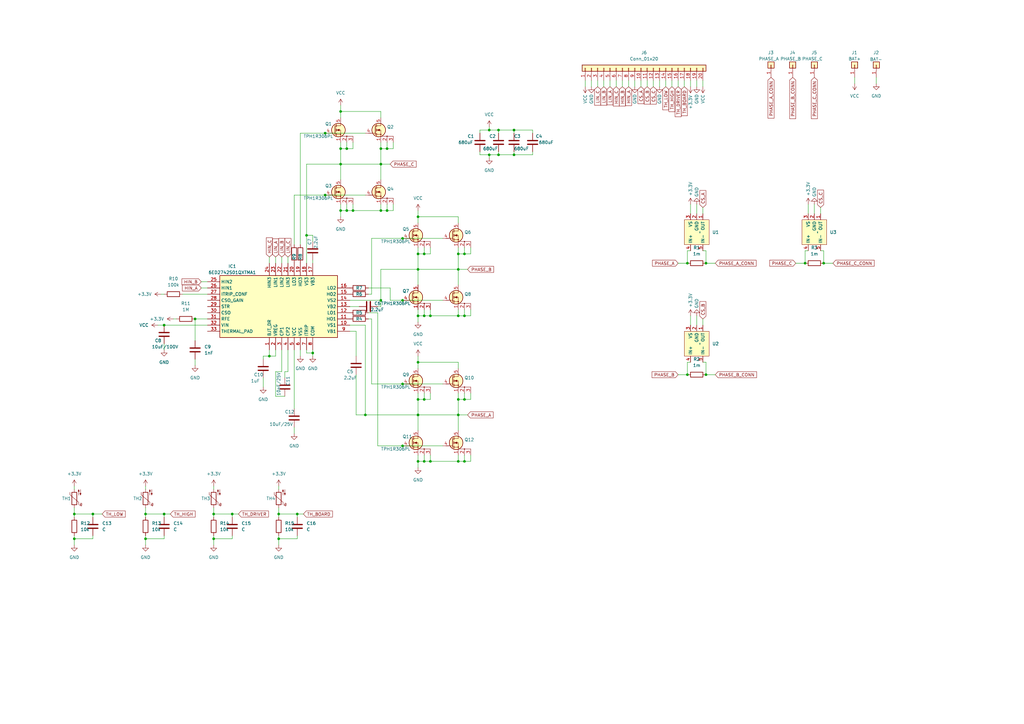
<source format=kicad_sch>
(kicad_sch (version 20230121) (generator eeschema)
  (paper "A3")
  (lib_symbols
    (symbol "6ED2742S01QXTMA1:6ED2742S01QXTMA1"
      (property "Reference" "IC" (at 31.75 25.4 0))
      (property "Value" "6ED2742S01QXTMA1" (at 31.75 22.86 0))
      (symbol "6ED2742S01QXTMA1_1_1"
        (pin passive line (at 0 0 0) (length 5.08) (name "BJT_DR") (number "1"))
        (pin passive line (at 10.16 -33.02 90) (length 5.08) (name "VS1") (number "10"))
        (pin passive line (at 12.7 -33.02 90) (length 5.08) (name "HO1") (number "11"))
        (pin passive line (at 15.24 -33.02 90) (length 5.08) (name "LO1") (number "12"))
        (pin passive line (at 17.78 -33.02 90) (length 5.08) (name "VB2") (number "13"))
        (pin passive line (at 20.32 -33.02 90) (length 5.08) (name "VS2") (number "14"))
        (pin passive line (at 22.86 -33.02 90) (length 5.08) (name "HO2") (number "15"))
        (pin passive line (at 25.4 -33.02 90) (length 5.08) (name "LO2") (number "16"))
        (pin passive line (at 35.56 -17.78 180) (length 5.08) (name "VB3") (number "17"))
        (pin passive line (at 35.56 -15.24 180) (length 5.08) (name "VS3") (number "18"))
        (pin passive line (at 35.56 -12.7 180) (length 5.08) (name "HO3") (number "19"))
        (pin passive line (at 0 -2.54 0) (length 5.08) (name "VREG") (number "2"))
        (pin passive line (at 35.56 -10.16 180) (length 5.08) (name "LO3") (number "20"))
        (pin passive line (at 35.56 -7.62 180) (length 5.08) (name "LIN3") (number "21"))
        (pin passive line (at 35.56 -5.08 180) (length 5.08) (name "LIN2") (number "22"))
        (pin passive line (at 35.56 -2.54 180) (length 5.08) (name "LIN1") (number "23"))
        (pin passive line (at 35.56 0 180) (length 5.08) (name "HIN3") (number "24"))
        (pin passive line (at 27.94 25.4 270) (length 5.08) (name "HIN2") (number "25"))
        (pin passive line (at 25.4 25.4 270) (length 5.08) (name "HIN1") (number "26"))
        (pin passive line (at 22.86 25.4 270) (length 5.08) (name "ITRIP_CONF") (number "27"))
        (pin passive line (at 20.32 25.4 270) (length 5.08) (name "CSO_GAIN") (number "28"))
        (pin passive line (at 17.78 25.4 270) (length 5.08) (name "STR") (number "29"))
        (pin passive line (at 0 -5.08 0) (length 5.08) (name "CP1") (number "3"))
        (pin passive line (at 15.24 25.4 270) (length 5.08) (name "CSO") (number "30"))
        (pin passive line (at 12.7 25.4 270) (length 5.08) (name "RFE") (number "31"))
        (pin passive line (at 10.16 25.4 270) (length 5.08) (name "VIN") (number "32"))
        (pin passive line (at 7.62 25.4 270) (length 5.08) (name "THERMAL_PAD") (number "33"))
        (pin passive line (at 0 -7.62 0) (length 5.08) (name "CP2") (number "4"))
        (pin passive line (at 0 -10.16 0) (length 5.08) (name "VCC") (number "5"))
        (pin passive line (at 0 -12.7 0) (length 5.08) (name "VSS") (number "6"))
        (pin passive line (at 0 -15.24 0) (length 5.08) (name "ITRIP") (number "7"))
        (pin passive line (at 0 -17.78 0) (length 5.08) (name "COM") (number "8"))
        (pin passive line (at 7.62 -33.02 90) (length 5.08) (name "VB1") (number "9"))
      )
    )
    (symbol "Connector_Generic:Conn_01x01" (pin_names (offset 1.016) hide)
      (property "Reference" "J" (at 0 2.54 0))
      (property "Value" "Conn_01x01" (at 0 -2.54 0))
      (symbol "Conn_01x01_1_1"
        (pin passive line (at -5.08 0 0) (length 3.81) (name "Pin_1") (number "1"))
      )
    )
    (symbol "Connector_Generic:Conn_01x20" (pin_names (offset 1.016) hide)
      (property "Reference" "J" (at 0 25.4 0))
      (property "Value" "Conn_01x20" (at 0 -27.94 0))
      (symbol "Conn_01x20_1_1"
        (pin passive line (at -5.08 22.86 0) (length 3.81) (name "Pin_1") (number "1"))
        (pin passive line (at -5.08 0 0) (length 3.81) (name "Pin_10") (number "10"))
        (pin passive line (at -5.08 -2.54 0) (length 3.81) (name "Pin_11") (number "11"))
        (pin passive line (at -5.08 -5.08 0) (length 3.81) (name "Pin_12") (number "12"))
        (pin passive line (at -5.08 -7.62 0) (length 3.81) (name "Pin_13") (number "13"))
        (pin passive line (at -5.08 -10.16 0) (length 3.81) (name "Pin_14") (number "14"))
        (pin passive line (at -5.08 -12.7 0) (length 3.81) (name "Pin_15") (number "15"))
        (pin passive line (at -5.08 -15.24 0) (length 3.81) (name "Pin_16") (number "16"))
        (pin passive line (at -5.08 -17.78 0) (length 3.81) (name "Pin_17") (number "17"))
        (pin passive line (at -5.08 -20.32 0) (length 3.81) (name "Pin_18") (number "18"))
        (pin passive line (at -5.08 -22.86 0) (length 3.81) (name "Pin_19") (number "19"))
        (pin passive line (at -5.08 20.32 0) (length 3.81) (name "Pin_2") (number "2"))
        (pin passive line (at -5.08 -25.4 0) (length 3.81) (name "Pin_20") (number "20"))
        (pin passive line (at -5.08 17.78 0) (length 3.81) (name "Pin_3") (number "3"))
        (pin passive line (at -5.08 15.24 0) (length 3.81) (name "Pin_4") (number "4"))
        (pin passive line (at -5.08 12.7 0) (length 3.81) (name "Pin_5") (number "5"))
        (pin passive line (at -5.08 10.16 0) (length 3.81) (name "Pin_6") (number "6"))
        (pin passive line (at -5.08 7.62 0) (length 3.81) (name "Pin_7") (number "7"))
        (pin passive line (at -5.08 5.08 0) (length 3.81) (name "Pin_8") (number "8"))
        (pin passive line (at -5.08 2.54 0) (length 3.81) (name "Pin_9") (number "9"))
      )
    )
    (symbol "CycleIQ:INA290"
      (property "Reference" "U" (at 0 5.08 0))
      (property "Footprint" "PCM_Package_TO_SOT_SMD_AKL:SOT-353_SC-70-5" (at -1.27 8.89 0))
      (symbol "INA290_1_1"
        (pin output line (at -7.62 1.27 0) (length 2.54) (name "OUT") (number "1"))
        (pin power_in line (at -7.62 -1.27 0) (length 2.54) (name "GND") (number "2"))
        (pin power_in line (at -7.62 -3.81 0) (length 2.54) (name "VS") (number "3"))
        (pin input line (at 7.62 -3.81 180) (length 2.54) (name "IN+") (number "4"))
        (pin input line (at 7.62 1.27 180) (length 2.54) (name "IN-") (number "5"))
      )
    )
    (symbol "Device:C" (pin_numbers hide) (pin_names (offset 0.254))
      (property "Reference" "C" (at 0.635 2.54 0))
      (property "Value" "C" (at 0.635 -2.54 0))
      (symbol "C_1_1"
        (pin passive line (at 0 3.81 270) (length 2.794) (name "~") (number "1"))
        (pin passive line (at 0 -3.81 90) (length 2.794) (name "~") (number "2"))
      )
    )
    (symbol "Device:R" (pin_numbers hide) (pin_names (offset 0))
      (property "Reference" "R" (at 2.032 0 90))
      (property "Value" "R" (at 0 0 90))
      (symbol "R_1_1"
        (pin passive line (at 0 3.81 270) (length 1.27) (name "~") (number "1"))
        (pin passive line (at 0 -3.81 90) (length 1.27) (name "~") (number "2"))
      )
    )
    (symbol "Device:Thermistor_NTC" (pin_numbers hide) (pin_names (offset 0))
      (property "Reference" "TH" (at -4.445 0 90))
      (property "Value" "Thermistor_NTC" (at 3.175 0 90))
      (symbol "Thermistor_NTC_1_1"
        (pin passive line (at 0 3.81 270) (length 1.27) (name "~") (number "1"))
        (pin passive line (at 0 -3.81 90) (length 1.27) (name "~") (number "2"))
      )
    )
    (symbol "PCM_Transistor_MOSFET_AKL:TPH1R306PL" (pin_names hide)
      (property "Reference" "Q" (at 5.08 1.27 0))
      (property "Value" "TPH1R306PL" (at 5.08 -1.27 0))
      (symbol "TPH1R306PL_1_1"
        (pin passive line (at 2.54 -5.08 90) (length 2.54) (name "S") (number "1"))
        (pin passive line (at 5.08 -5.08 90) (length 2.54) (name "S") (number "2"))
        (pin passive line (at 7.62 -5.08 90) (length 2.54) (name "S") (number "3"))
        (pin input line (at -3.81 -1.27 0) (length 2.54) (name "G") (number "4"))
        (pin passive line (at 2.54 5.08 270) (length 2.54) (name "D") (number "5"))
      )
    )
    (symbol "power:+3.3V" (power) (pin_names (offset 0))
      (property "Value" "+3.3V" (at 0 3.556 0))
      (symbol "+3.3V_1_1"
        (pin power_in line (at 0 0 90) (length 0) hide (name "+3.3V") (number "1"))
      )
    )
    (symbol "power:GND" (power) (pin_names (offset 0))
      (property "Value" "GND" (at 0 -3.81 0))
      (symbol "GND_1_1"
        (pin power_in line (at 0 0 270) (length 0) hide (name "GND") (number "1"))
      )
    )
    (symbol "power:VCC" (power) (pin_names (offset 0))
      (property "Value" "VCC" (at 0 3.81 0))
      (symbol "VCC_1_1"
        (pin power_in line (at 0 0 90) (length 0) hide (name "VCC") (number "1"))
      )
    )
  )
  (junction (at 87.63 220.98))
  (junction (at 165.1 182.88))
  (junction (at 171.45 129.54))
  (junction (at 200.66 53.34))
  (junction (at 139.7 86.36))
  (junction (at 139.7 67.31))
  (junction (at 173.99 129.54))
  (junction (at 200.66 63.5))
  (junction (at 158.75 86.36))
  (junction (at 173.99 104.14))
  (junction (at 144.78 86.36))
  (junction (at 281.94 153.67))
  (junction (at 289.56 107.95))
  (junction (at 110.49 146.05))
  (junction (at 330.2 107.95))
  (junction (at 158.75 60.96))
  (junction (at 87.63 210.82))
  (junction (at 171.45 163.83))
  (junction (at 187.96 189.23))
  (junction (at 165.1 123.19))
  (junction (at 190.5 129.54))
  (junction (at 171.45 189.23))
  (junction (at 139.7 45.72))
  (junction (at 171.45 170.18))
  (junction (at 187.96 170.18))
  (junction (at 210.82 63.5))
  (junction (at 187.96 129.54))
  (junction (at 121.92 210.82))
  (junction (at 204.47 53.34))
  (junction (at 289.56 153.67))
  (junction (at 187.96 163.83))
  (junction (at 142.24 60.96))
  (junction (at 165.1 97.79))
  (junction (at 281.94 107.95))
  (junction (at 190.5 189.23))
  (junction (at 114.3 210.82))
  (junction (at 210.82 53.34))
  (junction (at 59.69 220.98))
  (junction (at 171.45 110.49))
  (junction (at 171.45 148.59))
  (junction (at 67.31 210.82))
  (junction (at 142.24 86.36))
  (junction (at 173.99 163.83))
  (junction (at 133.35 54.61))
  (junction (at 156.21 60.96))
  (junction (at 173.99 189.23))
  (junction (at 133.35 80.01))
  (junction (at 38.1 210.82))
  (junction (at 30.48 220.98))
  (junction (at 95.25 210.82))
  (junction (at 59.69 210.82))
  (junction (at 156.21 86.36))
  (junction (at 128.27 144.78))
  (junction (at 114.3 220.98))
  (junction (at 190.5 163.83))
  (junction (at 176.53 189.23))
  (junction (at 80.01 130.81))
  (junction (at 337.82 107.95))
  (junction (at 171.45 88.9))
  (junction (at 139.7 60.96))
  (junction (at 156.21 123.19))
  (junction (at 156.21 67.31))
  (junction (at 204.47 63.5))
  (junction (at 171.45 104.14))
  (junction (at 67.31 133.35))
  (junction (at 187.96 104.14))
  (junction (at 149.86 170.18))
  (junction (at 30.48 210.82))
  (junction (at 176.53 129.54))
  (junction (at 125.73 96.52))
  (junction (at 187.96 110.49))
  (junction (at 165.1 157.48))
  (junction (at 190.5 104.14))
  (wire (pts (xy 171.45 170.18) (xy 187.96 170.18)))
  (wire (pts (xy 242.57 33.02) (xy 242.57 35.56)))
  (wire (pts (xy 121.92 210.82) (xy 124.46 210.82)))
  (wire (pts (xy 142.24 58.42) (xy 142.24 60.96)))
  (wire (pts (xy 67.31 219.71) (xy 67.31 220.98)))
  (wire (pts (xy 139.7 67.31) (xy 156.21 67.31)))
  (wire (pts (xy 156.21 83.82) (xy 156.21 86.36)))
  (wire (pts (xy 139.7 88.9) (xy 139.7 86.36)))
  (wire (pts (xy 120.65 175.26) (xy 120.65 177.8)))
  (wire (pts (xy 171.45 129.54) (xy 173.99 129.54)))
  (wire (pts (xy 115.57 105.41) (xy 115.57 107.95)))
  (wire (pts (xy 113.03 152.4) (xy 113.03 162.56)))
  (wire (pts (xy 330.2 102.87) (xy 330.2 107.95)))
  (wire (pts (xy 152.4 97.79) (xy 165.1 97.79)))
  (wire (pts (xy 144.78 86.36) (xy 156.21 86.36)))
  (wire (pts (xy 143.51 135.89) (xy 146.05 135.89)))
  (wire (pts (xy 255.27 33.02) (xy 255.27 35.56)))
  (wire (pts (xy 156.21 125.73) (xy 156.21 123.19)))
  (wire (pts (xy 267.97 33.02) (xy 267.97 35.56)))
  (wire (pts (xy 30.48 208.28) (xy 30.48 210.82)))
  (wire (pts (xy 87.63 210.82) (xy 87.63 212.09)))
  (wire (pts (xy 82.55 115.57) (xy 85.09 115.57)))
  (wire (pts (xy 165.1 157.48) (xy 152.4 157.48)))
  (wire (pts (xy 59.69 208.28) (xy 59.69 210.82)))
  (wire (pts (xy 289.56 153.67) (xy 293.37 153.67)))
  (wire (pts (xy 245.11 33.02) (xy 245.11 35.56)))
  (wire (pts (xy 196.85 63.5) (xy 196.85 62.23)))
  (wire (pts (xy 139.7 86.36) (xy 142.24 86.36)))
  (wire (pts (xy 146.05 170.18) (xy 149.86 170.18)))
  (wire (pts (xy 204.47 63.5) (xy 200.66 63.5)))
  (wire (pts (xy 59.69 199.39) (xy 59.69 200.66)))
  (wire (pts (xy 187.96 110.49) (xy 187.96 116.84)))
  (wire (pts (xy 144.78 86.36) (xy 142.24 86.36)))
  (wire (pts (xy 151.13 118.11) (xy 160.02 118.11)))
  (wire (pts (xy 59.69 220.98) (xy 59.69 223.52)))
  (wire (pts (xy 128.27 106.68) (xy 128.27 107.95)))
  (wire (pts (xy 158.75 58.42) (xy 158.75 60.96)))
  (wire (pts (xy 262.89 33.02) (xy 262.89 35.56)))
  (wire (pts (xy 171.45 110.49) (xy 187.96 110.49)))
  (wire (pts (xy 190.5 101.6) (xy 190.5 104.14)))
  (wire (pts (xy 87.63 220.98) (xy 87.63 219.71)))
  (wire (pts (xy 171.45 148.59) (xy 187.96 148.59)))
  (wire (pts (xy 125.73 144.78) (xy 128.27 144.78)))
  (wire (pts (xy 265.43 33.02) (xy 265.43 35.56)))
  (wire (pts (xy 38.1 219.71) (xy 38.1 220.98)))
  (wire (pts (xy 160.02 118.11) (xy 160.02 123.19)))
  (wire (pts (xy 260.35 33.02) (xy 260.35 35.56)))
  (wire (pts (xy 139.7 60.96) (xy 139.7 67.31)))
  (wire (pts (xy 38.1 210.82) (xy 41.91 210.82)))
  (wire (pts (xy 176.53 101.6) (xy 176.53 104.14)))
  (wire (pts (xy 114.3 220.98) (xy 114.3 223.52)))
  (wire (pts (xy 173.99 163.83) (xy 171.45 163.83)))
  (wire (pts (xy 123.19 54.61) (xy 123.19 100.33)))
  (wire (pts (xy 187.96 161.29) (xy 187.96 163.83)))
  (wire (pts (xy 67.31 220.98) (xy 59.69 220.98)))
  (wire (pts (xy 74.93 120.65) (xy 85.09 120.65)))
  (wire (pts (xy 114.3 208.28) (xy 114.3 210.82)))
  (wire (pts (xy 193.04 163.83) (xy 190.5 163.83)))
  (wire (pts (xy 210.82 62.23) (xy 210.82 63.5)))
  (wire (pts (xy 165.1 182.88) (xy 181.61 182.88)))
  (wire (pts (xy 95.25 210.82) (xy 97.79 210.82)))
  (wire (pts (xy 278.13 153.67) (xy 281.94 153.67)))
  (wire (pts (xy 66.04 120.65) (xy 67.31 120.65)))
  (wire (pts (xy 204.47 54.61) (xy 204.47 53.34)))
  (wire (pts (xy 331.47 102.87) (xy 330.2 102.87)))
  (wire (pts (xy 288.29 130.81) (xy 288.29 133.35)))
  (wire (pts (xy 67.31 210.82) (xy 59.69 210.82)))
  (wire (pts (xy 210.82 63.5) (xy 204.47 63.5)))
  (wire (pts (xy 171.45 148.59) (xy 171.45 146.05)))
  (wire (pts (xy 283.21 148.59) (xy 281.94 148.59)))
  (wire (pts (xy 128.27 99.06) (xy 128.27 96.52)))
  (wire (pts (xy 190.5 104.14) (xy 187.96 104.14)))
  (wire (pts (xy 193.04 189.23) (xy 190.5 189.23)))
  (wire (pts (xy 187.96 163.83) (xy 187.96 170.18)))
  (wire (pts (xy 107.95 154.94) (xy 107.95 158.75)))
  (wire (pts (xy 152.4 157.48) (xy 152.4 130.81)))
  (wire (pts (xy 146.05 153.67) (xy 146.05 170.18)))
  (wire (pts (xy 218.44 53.34) (xy 210.82 53.34)))
  (wire (pts (xy 176.53 189.23) (xy 187.96 189.23)))
  (wire (pts (xy 171.45 88.9) (xy 171.45 91.44)))
  (wire (pts (xy 270.51 33.02) (xy 270.51 35.56)))
  (wire (pts (xy 289.56 148.59) (xy 289.56 153.67)))
  (wire (pts (xy 115.57 152.4) (xy 113.03 152.4)))
  (wire (pts (xy 176.53 127) (xy 176.53 129.54)))
  (wire (pts (xy 156.21 67.31) (xy 156.21 73.66)))
  (wire (pts (xy 190.5 189.23) (xy 187.96 189.23)))
  (wire (pts (xy 154.94 125.73) (xy 156.21 125.73)))
  (wire (pts (xy 133.35 80.01) (xy 149.86 80.01)))
  (wire (pts (xy 171.45 101.6) (xy 171.45 104.14)))
  (wire (pts (xy 59.69 210.82) (xy 59.69 212.09)))
  (wire (pts (xy 283.21 102.87) (xy 281.94 102.87)))
  (wire (pts (xy 193.04 101.6) (xy 193.04 104.14)))
  (wire (pts (xy 326.39 107.95) (xy 330.2 107.95)))
  (wire (pts (xy 165.1 157.48) (xy 181.61 157.48)))
  (wire (pts (xy 121.92 219.71) (xy 121.92 220.98)))
  (wire (pts (xy 252.73 33.02) (xy 252.73 35.56)))
  (wire (pts (xy 139.7 45.72) (xy 156.21 45.72)))
  (wire (pts (xy 95.25 210.82) (xy 87.63 210.82)))
  (wire (pts (xy 116.84 152.4) (xy 116.84 154.94)))
  (wire (pts (xy 288.29 148.59) (xy 289.56 148.59)))
  (wire (pts (xy 171.45 189.23) (xy 173.99 189.23)))
  (wire (pts (xy 151.13 130.81) (xy 152.4 130.81)))
  (wire (pts (xy 281.94 148.59) (xy 281.94 153.67)))
  (wire (pts (xy 218.44 62.23) (xy 218.44 63.5)))
  (wire (pts (xy 152.4 120.65) (xy 152.4 97.79)))
  (wire (pts (xy 200.66 53.34) (xy 200.66 52.07)))
  (wire (pts (xy 120.65 80.01) (xy 120.65 100.33)))
  (wire (pts (xy 38.1 212.09) (xy 38.1 210.82)))
  (wire (pts (xy 156.21 110.49) (xy 171.45 110.49)))
  (wire (pts (xy 107.95 146.05) (xy 107.95 147.32)))
  (wire (pts (xy 71.12 130.81) (xy 72.39 130.81)))
  (wire (pts (xy 240.03 33.02) (xy 240.03 35.56)))
  (wire (pts (xy 59.69 220.98) (xy 59.69 219.71)))
  (wire (pts (xy 283.21 129.54) (xy 283.21 133.35)))
  (wire (pts (xy 30.48 220.98) (xy 30.48 219.71)))
  (wire (pts (xy 210.82 53.34) (xy 204.47 53.34)))
  (wire (pts (xy 171.45 170.18) (xy 171.45 176.53)))
  (wire (pts (xy 200.66 63.5) (xy 196.85 63.5)))
  (wire (pts (xy 121.92 210.82) (xy 114.3 210.82)))
  (wire (pts (xy 331.47 83.82) (xy 331.47 87.63)))
  (wire (pts (xy 38.1 210.82) (xy 30.48 210.82)))
  (wire (pts (xy 156.21 58.42) (xy 156.21 60.96)))
  (wire (pts (xy 190.5 186.69) (xy 190.5 189.23)))
  (wire (pts (xy 196.85 54.61) (xy 196.85 53.34)))
  (wire (pts (xy 87.63 199.39) (xy 87.63 200.66)))
  (wire (pts (xy 204.47 53.34) (xy 200.66 53.34)))
  (wire (pts (xy 120.65 143.51) (xy 120.65 167.64)))
  (wire (pts (xy 187.96 110.49) (xy 191.77 110.49)))
  (wire (pts (xy 133.35 54.61) (xy 149.86 54.61)))
  (wire (pts (xy 171.45 104.14) (xy 171.45 110.49)))
  (wire (pts (xy 171.45 161.29) (xy 171.45 163.83)))
  (wire (pts (xy 187.96 170.18) (xy 187.96 176.53)))
  (wire (pts (xy 151.13 128.27) (xy 154.94 128.27)))
  (wire (pts (xy 123.19 54.61) (xy 133.35 54.61)))
  (wire (pts (xy 193.04 186.69) (xy 193.04 189.23)))
  (wire (pts (xy 187.96 104.14) (xy 187.96 110.49)))
  (wire (pts (xy 115.57 152.4) (xy 115.57 143.51)))
  (wire (pts (xy 80.01 130.81) (xy 85.09 130.81)))
  (wire (pts (xy 173.99 186.69) (xy 173.99 189.23)))
  (wire (pts (xy 171.45 88.9) (xy 187.96 88.9)))
  (wire (pts (xy 121.92 220.98) (xy 114.3 220.98)))
  (wire (pts (xy 281.94 102.87) (xy 281.94 107.95)))
  (wire (pts (xy 125.73 96.52) (xy 125.73 67.31)))
  (wire (pts (xy 139.7 45.72) (xy 139.7 43.18)))
  (wire (pts (xy 149.86 170.18) (xy 171.45 170.18)))
  (wire (pts (xy 110.49 143.51) (xy 110.49 146.05)))
  (wire (pts (xy 176.53 104.14) (xy 173.99 104.14)))
  (wire (pts (xy 67.31 140.97) (xy 67.31 143.51)))
  (wire (pts (xy 285.75 83.82) (xy 285.75 87.63)))
  (wire (pts (xy 128.27 96.52) (xy 125.73 96.52)))
  (wire (pts (xy 350.52 31.75) (xy 350.52 34.29)))
  (wire (pts (xy 30.48 199.39) (xy 30.48 200.66)))
  (wire (pts (xy 173.99 127) (xy 173.99 129.54)))
  (wire (pts (xy 30.48 220.98) (xy 30.48 223.52)))
  (wire (pts (xy 146.05 135.89) (xy 146.05 146.05)))
  (wire (pts (xy 336.55 102.87) (xy 337.82 102.87)))
  (wire (pts (xy 176.53 129.54) (xy 187.96 129.54)))
  (wire (pts (xy 275.59 33.02) (xy 275.59 35.56)))
  (wire (pts (xy 285.75 129.54) (xy 285.75 133.35)))
  (wire (pts (xy 151.13 120.65) (xy 152.4 120.65)))
  (wire (pts (xy 156.21 123.19) (xy 156.21 110.49)))
  (wire (pts (xy 176.53 163.83) (xy 173.99 163.83)))
  (wire (pts (xy 113.03 105.41) (xy 113.03 107.95)))
  (wire (pts (xy 204.47 62.23) (xy 204.47 63.5)))
  (wire (pts (xy 128.27 143.51) (xy 128.27 144.78)))
  (wire (pts (xy 67.31 212.09) (xy 67.31 210.82)))
  (wire (pts (xy 143.51 125.73) (xy 147.32 125.73)))
  (wire (pts (xy 139.7 67.31) (xy 139.7 73.66)))
  (wire (pts (xy 121.92 212.09) (xy 121.92 210.82)))
  (wire (pts (xy 278.13 33.02) (xy 278.13 35.56)))
  (wire (pts (xy 82.55 118.11) (xy 85.09 118.11)))
  (wire (pts (xy 161.29 83.82) (xy 161.29 86.36)))
  (wire (pts (xy 161.29 86.36) (xy 158.75 86.36)))
  (wire (pts (xy 95.25 219.71) (xy 95.25 220.98)))
  (wire (pts (xy 173.99 104.14) (xy 171.45 104.14)))
  (wire (pts (xy 196.85 53.34) (xy 200.66 53.34)))
  (wire (pts (xy 118.11 152.4) (xy 116.84 152.4)))
  (wire (pts (xy 193.04 104.14) (xy 190.5 104.14)))
  (wire (pts (xy 171.45 163.83) (xy 171.45 170.18)))
  (wire (pts (xy 280.67 33.02) (xy 280.67 35.56)))
  (wire (pts (xy 143.51 123.19) (xy 156.21 123.19)))
  (wire (pts (xy 187.96 127) (xy 187.96 129.54)))
  (wire (pts (xy 190.5 161.29) (xy 190.5 163.83)))
  (wire (pts (xy 165.1 123.19) (xy 181.61 123.19)))
  (wire (pts (xy 128.27 144.78) (xy 128.27 146.05)))
  (wire (pts (xy 123.19 143.51) (xy 123.19 146.05)))
  (wire (pts (xy 171.45 127) (xy 171.45 129.54)))
  (wire (pts (xy 114.3 220.98) (xy 114.3 219.71)))
  (wire (pts (xy 125.73 143.51) (xy 125.73 144.78)))
  (wire (pts (xy 285.75 33.02) (xy 285.75 35.56)))
  (wire (pts (xy 125.73 107.95) (xy 125.73 96.52)))
  (wire (pts (xy 187.96 170.18) (xy 191.77 170.18)))
  (wire (pts (xy 120.65 80.01) (xy 133.35 80.01)))
  (wire (pts (xy 160.02 123.19) (xy 165.1 123.19)))
  (wire (pts (xy 110.49 146.05) (xy 113.03 146.05)))
  (wire (pts (xy 80.01 139.7) (xy 80.01 130.81)))
  (wire (pts (xy 110.49 105.41) (xy 110.49 107.95)))
  (wire (pts (xy 288.29 102.87) (xy 289.56 102.87)))
  (wire (pts (xy 64.77 133.35) (xy 67.31 133.35)))
  (wire (pts (xy 187.96 186.69) (xy 187.96 189.23)))
  (wire (pts (xy 336.55 85.09) (xy 336.55 87.63)))
  (wire (pts (xy 190.5 129.54) (xy 187.96 129.54)))
  (wire (pts (xy 200.66 64.77) (xy 200.66 63.5)))
  (wire (pts (xy 210.82 53.34) (xy 210.82 54.61)))
  (wire (pts (xy 118.11 152.4) (xy 118.11 143.51)))
  (wire (pts (xy 142.24 60.96) (xy 139.7 60.96)))
  (wire (pts (xy 289.56 107.95) (xy 293.37 107.95)))
  (wire (pts (xy 154.94 182.88) (xy 154.94 128.27)))
  (wire (pts (xy 114.3 210.82) (xy 114.3 212.09)))
  (wire (pts (xy 156.21 60.96) (xy 156.21 67.31)))
  (wire (pts (xy 193.04 127) (xy 193.04 129.54)))
  (wire (pts (xy 176.53 129.54) (xy 173.99 129.54)))
  (wire (pts (xy 190.5 127) (xy 190.5 129.54)))
  (wire (pts (xy 171.45 148.59) (xy 171.45 151.13)))
  (wire (pts (xy 80.01 147.32) (xy 80.01 149.86)))
  (wire (pts (xy 161.29 58.42) (xy 161.29 60.96)))
  (wire (pts (xy 113.03 162.56) (xy 116.84 162.56)))
  (wire (pts (xy 289.56 102.87) (xy 289.56 107.95)))
  (wire (pts (xy 158.75 83.82) (xy 158.75 86.36)))
  (wire (pts (xy 171.45 110.49) (xy 171.45 116.84)))
  (wire (pts (xy 171.45 88.9) (xy 171.45 86.36)))
  (wire (pts (xy 193.04 161.29) (xy 193.04 163.83)))
  (wire (pts (xy 288.29 33.02) (xy 288.29 35.56)))
  (wire (pts (xy 156.21 67.31) (xy 160.02 67.31)))
  (wire (pts (xy 250.19 33.02) (xy 250.19 35.56)))
  (wire (pts (xy 114.3 199.39) (xy 114.3 200.66)))
  (wire (pts (xy 139.7 58.42) (xy 139.7 60.96)))
  (wire (pts (xy 158.75 60.96) (xy 156.21 60.96)))
  (wire (pts (xy 334.01 83.82) (xy 334.01 87.63)))
  (wire (pts (xy 142.24 83.82) (xy 142.24 86.36)))
  (wire (pts (xy 67.31 133.35) (xy 85.09 133.35)))
  (wire (pts (xy 176.53 186.69) (xy 176.53 189.23)))
  (wire (pts (xy 156.21 48.26) (xy 156.21 45.72)))
  (wire (pts (xy 161.29 60.96) (xy 158.75 60.96)))
  (wire (pts (xy 144.78 83.82) (xy 144.78 86.36)))
  (wire (pts (xy 278.13 107.95) (xy 281.94 107.95)))
  (wire (pts (xy 337.82 102.87) (xy 337.82 107.95)))
  (wire (pts (xy 218.44 54.61) (xy 218.44 53.34)))
  (wire (pts (xy 113.03 146.05) (xy 113.03 143.51)))
  (wire (pts (xy 187.96 91.44) (xy 187.96 88.9)))
  (wire (pts (xy 193.04 129.54) (xy 190.5 129.54)))
  (wire (pts (xy 257.81 33.02) (xy 257.81 35.56)))
  (wire (pts (xy 165.1 97.79) (xy 181.61 97.79)))
  (wire (pts (xy 283.21 33.02) (xy 283.21 35.56)))
  (wire (pts (xy 139.7 45.72) (xy 139.7 48.26)))
  (wire (pts (xy 158.75 86.36) (xy 156.21 86.36)))
  (wire (pts (xy 173.99 101.6) (xy 173.99 104.14)))
  (wire (pts (xy 125.73 67.31) (xy 139.7 67.31)))
  (wire (pts (xy 67.31 210.82) (xy 69.85 210.82)))
  (wire (pts (xy 247.65 33.02) (xy 247.65 35.56)))
  (wire (pts (xy 143.51 133.35) (xy 149.86 133.35)))
  (wire (pts (xy 288.29 85.09) (xy 288.29 87.63)))
  (wire (pts (xy 95.25 220.98) (xy 87.63 220.98)))
  (wire (pts (xy 176.53 189.23) (xy 173.99 189.23)))
  (wire (pts (xy 87.63 208.28) (xy 87.63 210.82)))
  (wire (pts (xy 187.96 151.13) (xy 187.96 148.59)))
  (wire (pts (xy 273.05 33.02) (xy 273.05 35.56)))
  (wire (pts (xy 173.99 161.29) (xy 173.99 163.83)))
  (wire (pts (xy 87.63 220.98) (xy 87.63 223.52)))
  (wire (pts (xy 176.53 161.29) (xy 176.53 163.83)))
  (wire (pts (xy 149.86 133.35) (xy 149.86 170.18)))
  (wire (pts (xy 107.95 146.05) (xy 110.49 146.05)))
  (wire (pts (xy 30.48 210.82) (xy 30.48 212.09)))
  (wire (pts (xy 218.44 63.5) (xy 210.82 63.5)))
  (wire (pts (xy 139.7 83.82) (xy 139.7 86.36)))
  (wire (pts (xy 165.1 182.88) (xy 154.94 182.88)))
  (wire (pts (xy 118.11 105.41) (xy 118.11 107.95)))
  (wire (pts (xy 144.78 58.42) (xy 144.78 60.96)))
  (wire (pts (xy 38.1 220.98) (xy 30.48 220.98)))
  (wire (pts (xy 171.45 191.77) (xy 171.45 189.23)))
  (wire (pts (xy 359.41 34.29) (xy 359.41 31.75)))
  (wire (pts (xy 283.21 83.82) (xy 283.21 87.63)))
  (wire (pts (xy 95.25 212.09) (xy 95.25 210.82)))
  (wire (pts (xy 171.45 132.08) (xy 171.45 129.54)))
  (wire (pts (xy 187.96 101.6) (xy 187.96 104.14)))
  (wire (pts (xy 171.45 186.69) (xy 171.45 189.23)))
  (wire (pts (xy 337.82 107.95) (xy 341.63 107.95)))
  (wire (pts (xy 144.78 60.96) (xy 142.24 60.96)))
  (wire (pts (xy 190.5 163.83) (xy 187.96 163.83)))
  (global_label "HIN_C" (shape input) (at 110.49 105.41 90) (property "Intersheetrefs" "${INTERSHEET_REFS}" (effects hide)))
  (global_label "PHASE_C_CONN" (shape input) (at 334.01 31.75 270) (property "Intersheetrefs" "${INTERSHEET_REFS}" (effects hide)))
  (global_label "TH_DRIVER" (shape input) (at 97.79 210.82 0) (property "Intersheetrefs" "${INTERSHEET_REFS}" (effects hide)))
  (global_label "PHASE_B_CONN" (shape input) (at 293.37 153.67 0) (property "Intersheetrefs" "${INTERSHEET_REFS}" (effects hide)))
  (global_label "CS_C" (shape input) (at 267.97 35.56 270) (property "Intersheetrefs" "${INTERSHEET_REFS}" (effects hide)))
  (global_label "PHASE_B_CONN" (shape input) (at 325.12 31.75 270) (property "Intersheetrefs" "${INTERSHEET_REFS}" (effects hide)))
  (global_label "CS_A" (shape input) (at 262.89 35.56 270) (property "Intersheetrefs" "${INTERSHEET_REFS}" (effects hide)))
  (global_label "LIN_A" (shape input) (at 250.19 35.56 270) (property "Intersheetrefs" "${INTERSHEET_REFS}" (effects hide)))
  (global_label "PHASE_A" (shape input) (at 278.13 107.95 180) (property "Intersheetrefs" "${INTERSHEET_REFS}" (effects hide)))
  (global_label "CS_B" (shape input) (at 265.43 35.56 270) (property "Intersheetrefs" "${INTERSHEET_REFS}" (effects hide)))
  (global_label "TH_BOARD" (shape input) (at 124.46 210.82 0) (property "Intersheetrefs" "${INTERSHEET_REFS}" (effects hide)))
  (global_label "PHASE_A" (shape input) (at 191.77 170.18 0) (property "Intersheetrefs" "${INTERSHEET_REFS}" (effects hide)))
  (global_label "TH_DRIVER" (shape input) (at 278.13 35.56 270) (property "Intersheetrefs" "${INTERSHEET_REFS}" (effects hide)))
  (global_label "PHASE_C_CONN" (shape input) (at 341.63 107.95 0) (property "Intersheetrefs" "${INTERSHEET_REFS}" (effects hide)))
  (global_label "PHASE_B" (shape input) (at 278.13 153.67 180) (property "Intersheetrefs" "${INTERSHEET_REFS}" (effects hide)))
  (global_label "PHASE_A_CONN" (shape input) (at 316.23 31.75 270) (property "Intersheetrefs" "${INTERSHEET_REFS}" (effects hide)))
  (global_label "LIN_C" (shape input) (at 245.11 35.56 270) (property "Intersheetrefs" "${INTERSHEET_REFS}" (effects hide)))
  (global_label "LIN_B" (shape input) (at 115.57 105.41 90) (property "Intersheetrefs" "${INTERSHEET_REFS}" (effects hide)))
  (global_label "HIN_A" (shape input) (at 257.81 35.56 270) (property "Intersheetrefs" "${INTERSHEET_REFS}" (effects hide)))
  (global_label "TH_LOW" (shape input) (at 41.91 210.82 0) (property "Intersheetrefs" "${INTERSHEET_REFS}" (effects hide)))
  (global_label "TH_LOW" (shape input) (at 273.05 35.56 270) (property "Intersheetrefs" "${INTERSHEET_REFS}" (effects hide)))
  (global_label "CS_A" (shape input) (at 288.29 85.09 90) (property "Intersheetrefs" "${INTERSHEET_REFS}" (effects hide)))
  (global_label "PHASE_A_CONN" (shape input) (at 293.37 107.95 0) (property "Intersheetrefs" "${INTERSHEET_REFS}" (effects hide)))
  (global_label "HIN_B" (shape input) (at 82.55 115.57 180) (property "Intersheetrefs" "${INTERSHEET_REFS}" (effects hide)))
  (global_label "PHASE_C" (shape input) (at 160.02 67.31 0) (property "Intersheetrefs" "${INTERSHEET_REFS}" (effects hide)))
  (global_label "TH_BOARD" (shape input) (at 280.67 35.56 270) (property "Intersheetrefs" "${INTERSHEET_REFS}" (effects hide)))
  (global_label "TH_HIGH" (shape input) (at 275.59 35.56 270) (property "Intersheetrefs" "${INTERSHEET_REFS}" (effects hide)))
  (global_label "LIN_A" (shape input) (at 113.03 105.41 90) (property "Intersheetrefs" "${INTERSHEET_REFS}" (effects hide)))
  (global_label "PHASE_C" (shape input) (at 326.39 107.95 180) (property "Intersheetrefs" "${INTERSHEET_REFS}" (effects hide)))
  (global_label "TH_HIGH" (shape input) (at 69.85 210.82 0) (property "Intersheetrefs" "${INTERSHEET_REFS}" (effects hide)))
  (global_label "CS_B" (shape input) (at 288.29 130.81 90) (property "Intersheetrefs" "${INTERSHEET_REFS}" (effects hide)))
  (global_label "LIN_B" (shape input) (at 247.65 35.56 270) (property "Intersheetrefs" "${INTERSHEET_REFS}" (effects hide)))
  (global_label "HIN_B" (shape input) (at 255.27 35.56 270) (property "Intersheetrefs" "${INTERSHEET_REFS}" (effects hide)))
  (global_label "LIN_C" (shape input) (at 118.11 105.41 90) (property "Intersheetrefs" "${INTERSHEET_REFS}" (effects hide)))
  (global_label "HIN_C" (shape input) (at 252.73 35.56 270) (property "Intersheetrefs" "${INTERSHEET_REFS}" (effects hide)))
  (global_label "CS_C" (shape input) (at 336.55 85.09 90) (property "Intersheetrefs" "${INTERSHEET_REFS}" (effects hide)))
  (global_label "HIN_A" (shape input) (at 82.55 118.11 180) (property "Intersheetrefs" "${INTERSHEET_REFS}" (effects hide)))
  (global_label "PHASE_B" (shape input) (at 191.77 110.49 0) (property "Intersheetrefs" "${INTERSHEET_REFS}" (effects hide)))
  (symbol (lib_id "power:+3.3V") (at 331.47 83.82 0) (unit 1)
    (property "Reference" "#PWR039" (effects hide))
    (property "Value" "+3.3V" (at 331.47 77.47 90))
  )
  (symbol (lib_id "power:GND") (at 285.75 35.56 0) (unit 1)
    (property "Reference" "#PWR036" (effects hide))
    (property "Value" "GND" (at 285.75 40.64 90))
  )
  (symbol (lib_id "power:VCC") (at 288.29 35.56 180) (unit 1)
    (property "Reference" "#PWR034" (effects hide))
    (property "Value" "VCC" (at 288.29 40.64 90))
  )
  (symbol (lib_id "power:GND") (at 285.75 129.54 180) (unit 1)
    (property "Reference" "#PWR038" (effects hide))
    (property "Value" "GND" (at 285.75 124.46 90))
  )
  (symbol (lib_id "Connector_Generic:Conn_01x01") (at 316.23 26.67 90) (unit 1)
    (property "Reference" "J3" (at 314.96 21.59 90) (effects (justify right)))
    (property "Value" "PHASE_A" (at 311.15 24.13 90) (effects (justify right)))
    (property "Footprint" "Connector_Wire:SolderWire-1.5sqmm_1x01_D1.7mm_OD3mm" (effects hide))
  )
  (symbol (lib_id "Connector_Generic:Conn_01x01") (at 359.41 26.67 90) (unit 1)
    (property "Reference" "J2" (at 358.14 21.59 90) (effects (justify right)))
    (property "Value" "BAT-" (at 356.7692 24.3434 90) (effects (justify right)))
    (property "Footprint" "Connector_Wire:SolderWire-2.5sqmm_1x01_D2.4mm_OD4.4mm" (effects hide))
  )
  (symbol (lib_id "6ED2742S01QXTMA1:6ED2742S01QXTMA1") (at 110.49 143.51 90) (unit 1)
    (property "Reference" "IC1" (at 95.25 109.22 90))
    (property "Value" "6ED2742S01QXTMA1" (at 95.25 111.76 90))
    (property "Footprint" "CycleIQ:QFN50P500X500X90-33N-D" (effects hide))
    (property "Height" "0.9" (effects hide))
    (property "Manufacturer_Name" "Infineon" (effects hide))
    (property "Manufacturer_Part_Number" "6ED2742S01QXTMA1" (effects hide))
  )
  (symbol (lib_id "Device:C") (at 107.95 151.13 0) (unit 1)
    (property "Reference" "C10" (at 104.14 153.67 0) (effects (justify left)))
    (property "Value" "1uF" (at 102.87 156.21 0) (effects (justify left)))
    (property "Footprint" "PCM_Capacitor_SMD_AKL:C_0603_1608Metric" (effects hide))
  )
  (symbol (lib_id "power:+3.3V") (at 283.21 35.56 180) (unit 1)
    (property "Reference" "#PWR025" (effects hide))
    (property "Value" "+3.3V" (at 283.21 41.91 90))
  )
  (symbol (lib_id "power:VCC") (at 200.66 52.07 0) (unit 1)
    (property "Reference" "#PWR018" (effects hide))
    (property "Value" "VCC" (at 200.66 46.99 0))
  )
  (symbol (lib_id "power:GND") (at 123.19 146.05 0) (unit 1)
    (property "Reference" "#PWR08" (effects hide))
    (property "Value" "GND" (at 123.19 151.13 0))
  )
  (symbol (lib_id "Device:C") (at 218.44 58.42 0) (unit 1)
    (property "Reference" "C4" (at 219.71 55.88 0) (effects (justify left)))
    (property "Value" "680uF" (at 220.98 58.42 0) (effects (justify left)))
    (property "Footprint" "CycleIQ:CAPACITOR_16mm_27mm-reverse" (effects hide))
  )
  (symbol (lib_id "Device:C") (at 80.01 143.51 0) (unit 1)
    (property "Reference" "C9" (at 83.82 142.24 0) (effects (justify left)))
    (property "Value" "1nF" (at 83.82 144.78 0) (effects (justify left)))
    (property "Footprint" "PCM_Capacitor_SMD_AKL:C_0603_1608Metric" (effects hide))
  )
  (symbol (lib_id "PCM_Transistor_MOSFET_AKL:TPH1R306PL") (at 185.42 121.92 0) (unit 1)
    (property "Reference" "Q8" (at 190.5 120.65 0) (effects (justify left)))
    (property "Value" "TPH1R306PL" (effects hide))
    (property "Footprint" "PCM_Package_SON_AKL:Infineon_PG-TDSON-8" (effects hide))
    (property "Datasheet" "https://www.tme.eu/Document/de0858fa2ae72c60796b4effe71731b4/TPH1R306PL.pdf" (effects hide))
  )
  (symbol (lib_id "Connector_Generic:Conn_01x01") (at 325.12 26.67 90) (unit 1)
    (property "Reference" "J4" (at 323.85 21.59 90) (effects (justify right)))
    (property "Value" "PHASE_B" (at 320.04 24.13 90) (effects (justify right)))
    (property "Footprint" "Connector_Wire:SolderWire-1.5sqmm_1x01_D1.7mm_OD3mm" (effects hide))
  )
  (symbol (lib_id "Connector_Generic:Conn_01x01") (at 350.52 26.67 90) (unit 1)
    (property "Reference" "J1" (at 349.25 21.59 90) (effects (justify right)))
    (property "Value" "BAT+" (at 347.98 24.13 90) (effects (justify right)))
    (property "Footprint" "Connector_Wire:SolderWire-2.5sqmm_1x01_D2.4mm_OD4.4mm" (effects hide))
  )
  (symbol (lib_id "Device:R") (at 334.01 107.95 270) (unit 1)
    (property "Reference" "R3" (at 334.01 101.6 90))
    (property "Value" "1m" (at 334.01 104.14 90))
    (property "Footprint" "PCM_Resistor_SMD_AKL:R_2512_6332Metric" (effects hide))
  )
  (symbol (lib_id "power:GND") (at 67.31 143.51 0) (unit 1)
    (property "Reference" "#PWR03" (effects hide))
    (property "Value" "GND" (at 67.31 148.59 0))
  )
  (symbol (lib_id "Device:C") (at 210.82 58.42 0) (unit 1)
    (property "Reference" "C3" (at 210.82 55.88 0) (effects (justify left)))
    (property "Value" "680uF" (at 210.82 60.96 0) (effects (justify left)))
    (property "Footprint" "CycleIQ:CAPACITOR_16mm_27mm" (effects hide))
  )
  (symbol (lib_id "power:GND") (at 30.48 223.52 0) (unit 1)
    (property "Reference" "#PWR026" (effects hide))
    (property "Value" "GND" (at 30.48 228.6 0))
  )
  (symbol (lib_id "Device:Thermistor_NTC") (at 114.3 204.47 180) (unit 1)
    (property "Reference" "TH4" (at 109.22 204.47 0) (effects (justify right)))
    (property "Value" "Thermistor_NTC" (effects hide))
    (property "Footprint" "PCM_Resistor_SMD_AKL:R_0402_1005Metric" (effects hide))
  )
  (symbol (lib_id "power:VCC") (at 171.45 86.36 0) (unit 1)
    (property "Reference" "#PWR013" (effects hide))
    (property "Value" "VCC" (at 171.45 81.28 0))
  )
  (symbol (lib_id "Device:R") (at 285.75 153.67 270) (unit 1)
    (property "Reference" "R2" (at 285.75 147.32 90))
    (property "Value" "1m" (at 285.75 149.86 90))
    (property "Footprint" "PCM_Resistor_SMD_AKL:R_2512_6332Metric" (effects hide))
  )
  (symbol (lib_id "PCM_Transistor_MOSFET_AKL:TPH1R306PL") (at 185.42 96.52 0) (unit 1)
    (property "Reference" "Q6" (at 190.5 95.25 0) (effects (justify left)))
    (property "Value" "TPH1R306PL" (effects hide))
    (property "Footprint" "PCM_Package_SON_AKL:Infineon_PG-TDSON-8" (effects hide))
    (property "Datasheet" "https://www.tme.eu/Document/de0858fa2ae72c60796b4effe71731b4/TPH1R306PL.pdf" (effects hide))
  )
  (symbol (lib_id "Device:C") (at 146.05 149.86 0) (unit 1)
    (property "Reference" "C5" (at 142.24 152.4 0) (effects (justify left)))
    (property "Value" "2.2uF" (at 140.97 154.94 0) (effects (justify left)))
    (property "Footprint" "PCM_Capacitor_SMD_AKL:C_1206_3216Metric" (effects hide))
  )
  (symbol (lib_id "power:GND") (at 107.95 158.75 0) (unit 1)
    (property "Reference" "#PWR06" (effects hide))
    (property "Value" "GND" (at 107.95 163.83 0))
  )
  (symbol (lib_id "power:VCC") (at 171.45 146.05 0) (unit 1)
    (property "Reference" "#PWR015" (effects hide))
    (property "Value" "VCC" (at 171.45 140.97 0))
  )
  (symbol (lib_id "PCM_Transistor_MOSFET_AKL:TPH1R306PL") (at 137.16 53.34 0) (unit 1)
    (property "Reference" "Q1" (at 133.35 50.8 0) (effects (justify left)))
    (property "Value" "TPH1R306PL" (at 124.46 55.88 0) (effects (justify left)))
    (property "Footprint" "PCM_Package_SON_AKL:Infineon_PG-TDSON-8" (effects hide))
    (property "Datasheet" "https://www.tme.eu/Document/de0858fa2ae72c60796b4effe71731b4/TPH1R306PL.pdf" (effects hide))
  )
  (symbol (lib_id "Device:R") (at 59.69 215.9 0) (unit 1)
    (property "Reference" "R13" (at 62.23 214.63 0) (effects (justify left)))
    (property "Value" "10k" (at 62.23 217.17 0) (effects (justify left)))
    (property "Footprint" "PCM_Resistor_SMD_AKL:R_0603_1608Metric" (effects hide))
  )
  (symbol (lib_id "power:GND") (at 139.7 88.9 0) (unit 1)
    (property "Reference" "#PWR011" (effects hide))
    (property "Value" "GND" (at 139.7 93.98 0))
  )
  (symbol (lib_id "Device:R") (at 147.32 118.11 90) (unit 1)
    (property "Reference" "R7" (at 147.32 118.11 90))
    (property "Value" "22" (effects hide))
    (property "Footprint" "PCM_Resistor_SMD_AKL:R_0402_1005Metric" (effects hide))
  )
  (symbol (lib_id "Device:C") (at 116.84 158.75 180) (unit 1)
    (property "Reference" "C11" (at 118.11 156.21 90))
    (property "Value" "10nF/25V" (at 114.3 157.48 90))
    (property "Footprint" "PCM_Capacitor_SMD_AKL:C_0603_1608Metric" (effects hide))
  )
  (symbol (lib_id "power:VCC") (at 350.52 34.29 180) (unit 1)
    (property "Reference" "#PWR020" (effects hide))
    (property "Value" "VCC" (at 350.52 39.37 0))
  )
  (symbol (lib_id "power:+3.3V") (at 66.04 120.65 90) (unit 1)
    (property "Reference" "#PWR02" (effects hide))
    (property "Value" "+3.3V" (at 62.23 120.65 90) (effects (justify left)))
  )
  (symbol (lib_id "Device:C") (at 121.92 215.9 0) (unit 1)
    (property "Reference" "C16" (at 125.73 214.63 0) (effects (justify left)))
    (property "Value" "C" (at 125.73 217.17 0) (effects (justify left)))
    (property "Footprint" "PCM_Capacitor_SMD_AKL:C_0603_1608Metric" (effects hide))
  )
  (symbol (lib_id "power:+3.3V") (at 59.69 199.39 0) (unit 1)
    (property "Reference" "#PWR028" (effects hide))
    (property "Value" "+3.3V" (at 59.69 194.31 0))
  )
  (symbol (lib_id "Device:R") (at 147.32 120.65 90) (unit 1)
    (property "Reference" "R6" (at 147.32 120.65 90))
    (property "Value" "22" (effects hide))
    (property "Footprint" "PCM_Resistor_SMD_AKL:R_0402_1005Metric" (effects hide))
  )
  (symbol (lib_id "Device:R") (at 114.3 215.9 0) (unit 1)
    (property "Reference" "R15" (at 116.84 214.63 0) (effects (justify left)))
    (property "Value" "10k" (at 116.84 217.17 0) (effects (justify left)))
    (property "Footprint" "PCM_Resistor_SMD_AKL:R_0603_1608Metric" (effects hide))
  )
  (symbol (lib_id "PCM_Transistor_MOSFET_AKL:TPH1R306PL") (at 168.91 156.21 0) (unit 1)
    (property "Reference" "Q9" (at 165.1 153.67 0) (effects (justify left)))
    (property "Value" "TPH1R306PL" (at 156.21 158.75 0) (effects (justify left)))
    (property "Footprint" "PCM_Package_SON_AKL:Infineon_PG-TDSON-8" (effects hide))
    (property "Datasheet" "https://www.tme.eu/Document/de0858fa2ae72c60796b4effe71731b4/TPH1R306PL.pdf" (effects hide))
  )
  (symbol (lib_id "Device:C") (at 120.65 171.45 0) (unit 1)
    (property "Reference" "C12" (at 116.84 168.91 0) (effects (justify left)))
    (property "Value" "10uF/25V" (at 110.49 173.99 0) (effects (justify left)))
    (property "Footprint" "PCM_Capacitor_SMD_AKL:C_1206_3216Metric" (effects hide))
  )
  (symbol (lib_id "power:GND") (at 242.57 35.56 0) (unit 1)
    (property "Reference" "#PWR022" (effects hide))
    (property "Value" "GND" (at 242.57 40.64 90))
  )
  (symbol (lib_id "power:VCC") (at 139.7 43.18 0) (unit 1)
    (property "Reference" "#PWR010" (effects hide))
    (property "Value" "VCC" (at 139.7 38.1 0))
  )
  (symbol (lib_id "PCM_Transistor_MOSFET_AKL:TPH1R306PL") (at 185.42 181.61 0) (unit 1)
    (property "Reference" "Q12" (at 190.5 180.34 0) (effects (justify left)))
    (property "Value" "TPH1R306PL" (effects hide))
    (property "Footprint" "PCM_Package_SON_AKL:Infineon_PG-TDSON-8" (effects hide))
    (property "Datasheet" "https://www.tme.eu/Document/de0858fa2ae72c60796b4effe71731b4/TPH1R306PL.pdf" (effects hide))
  )
  (symbol (lib_id "Device:R") (at 285.75 107.95 270) (unit 1)
    (property "Reference" "R1" (at 285.75 101.6 90))
    (property "Value" "1m" (at 285.75 104.14 90))
    (property "Footprint" "PCM_Resistor_SMD_AKL:R_2512_6332Metric" (effects hide))
  )
  (symbol (lib_id "power:GND") (at 359.41 34.29 0) (unit 1)
    (property "Reference" "#PWR021" (effects hide))
    (property "Value" "GND" (at 359.41 39.37 0))
  )
  (symbol (lib_id "power:+3.3V") (at 87.63 199.39 0) (unit 1)
    (property "Reference" "#PWR030" (effects hide))
    (property "Value" "+3.3V" (at 87.63 194.31 0))
  )
  (symbol (lib_id "Device:R") (at 120.65 104.14 180) (unit 1)
    (property "Reference" "R9" (at 120.65 106.68 90) (effects (justify right)))
    (property "Value" "22" (effects hide))
    (property "Footprint" "PCM_Resistor_SMD_AKL:R_0402_1005Metric" (effects hide))
  )
  (symbol (lib_id "Device:R") (at 76.2 130.81 90) (unit 1)
    (property "Reference" "R11" (at 76.2 124.46 90))
    (property "Value" "1M" (at 76.2 127 90))
    (property "Footprint" "PCM_Resistor_SMD_AKL:R_0603_1608Metric" (effects hide))
  )
  (symbol (lib_id "CycleIQ:INA290") (at 335.28 95.25 270) (unit 1)
    (property "Reference" "U3" (at 340.36 95.25 90) (effects (justify left)))
    (property "Value" "~" (at 335.28 95.25 0))
    (property "Footprint" "PCM_Package_TO_SOT_SMD_AKL:SOT-353_SC-70-5" (effects hide))
  )
  (symbol (lib_id "Device:C") (at 128.27 102.87 180) (unit 1)
    (property "Reference" "C7" (at 127 97.79 90) (effects (justify left)))
    (property "Value" "2.2uF" (at 129.54 96.52 90) (effects (justify left)))
    (property "Footprint" "PCM_Capacitor_SMD_AKL:C_1206_3216Metric" (effects hide))
  )
  (symbol (lib_id "power:GND") (at 334.01 83.82 180) (unit 1)
    (property "Reference" "#PWR040" (effects hide))
    (property "Value" "GND" (at 334.01 78.74 90))
  )
  (symbol (lib_id "Device:Thermistor_NTC") (at 59.69 204.47 180) (unit 1)
    (property "Reference" "TH2" (at 54.61 204.47 0) (effects (justify right)))
    (property "Value" "Thermistor_NTC" (effects hide))
    (property "Footprint" "PCM_Resistor_SMD_AKL:R_0402_1005Metric" (effects hide))
  )
  (symbol (lib_id "Connector_Generic:Conn_01x01") (at 334.01 26.67 90) (unit 1)
    (property "Reference" "J5" (at 332.74 21.59 90) (effects (justify right)))
    (property "Value" "PHASE_C" (at 328.93 24.13 90) (effects (justify right)))
    (property "Footprint" "Connector_Wire:SolderWire-1.5sqmm_1x01_D1.7mm_OD3mm" (effects hide))
  )
  (symbol (lib_id "Device:C") (at 151.13 125.73 90) (unit 1)
    (property "Reference" "C6" (at 156.21 124.46 90) (effects (justify left)))
    (property "Value" "2.2uF" (at 157.48 127 90) (effects (justify left)))
    (property "Footprint" "PCM_Capacitor_SMD_AKL:C_1206_3216Metric" (effects hide))
  )
  (symbol (lib_id "power:GND") (at 128.27 146.05 0) (unit 1)
    (property "Reference" "#PWR09" (effects hide))
    (property "Value" "GND" (at 128.27 151.13 0))
  )
  (symbol (lib_id "Connector_Generic:Conn_01x20") (at 262.89 27.94 90) (unit 1)
    (property "Reference" "J6" (at 264.16 21.59 90))
    (property "Value" "Conn_01x20" (at 264.16 24.13 90))
    (property "Footprint" "CycleIQ:686120148922" (effects hide))
  )
  (symbol (lib_id "power:GND") (at 260.35 35.56 0) (unit 1)
    (property "Reference" "#PWR023" (effects hide))
    (property "Value" "GND" (at 260.35 40.64 90))
  )
  (symbol (lib_id "power:GND") (at 114.3 223.52 0) (unit 1)
    (property "Reference" "#PWR033" (effects hide))
    (property "Value" "GND" (at 114.3 228.6 0))
  )
  (symbol (lib_id "Device:R") (at 147.32 130.81 90) (unit 1)
    (property "Reference" "R4" (at 147.32 130.81 90))
    (property "Value" "22" (effects hide))
    (property "Footprint" "PCM_Resistor_SMD_AKL:R_0402_1005Metric" (effects hide))
  )
  (symbol (lib_id "power:VCC") (at 64.77 133.35 90) (unit 1)
    (property "Reference" "#PWR01" (effects hide))
    (property "Value" "VCC" (at 60.96 133.35 90) (effects (justify left)))
  )
  (symbol (lib_id "Device:Thermistor_NTC") (at 87.63 204.47 180) (unit 1)
    (property "Reference" "TH3" (at 82.55 204.47 0) (effects (justify right)))
    (property "Value" "Thermistor_NTC" (effects hide))
    (property "Footprint" "Connector_Wire:SolderWire-0.25sqmm_1x02_P4.2mm_D0.65mm_OD1.7mm" (effects hide))
  )
  (symbol (lib_id "Device:C") (at 196.85 58.42 0) (unit 1)
    (property "Reference" "C1" (at 191.77 55.88 0) (effects (justify left)))
    (property "Value" "680uF" (at 187.96 58.42 0) (effects (justify left)))
    (property "Footprint" "CycleIQ:CAPACITOR_16mm_27mm" (effects hide))
  )
  (symbol (lib_id "Device:Thermistor_NTC") (at 30.48 204.47 180) (unit 1)
    (property "Reference" "TH1" (at 25.4 204.47 0) (effects (justify right)))
    (property "Value" "Thermistor_NTC" (effects hide))
    (property "Footprint" "PCM_Resistor_SMD_AKL:R_0402_1005Metric" (effects hide))
  )
  (symbol (lib_id "CycleIQ:INA290") (at 287.02 140.97 270) (unit 1)
    (property "Reference" "U2" (at 292.1 140.97 90) (effects (justify left)))
    (property "Value" "~" (at 287.02 140.97 0))
    (property "Footprint" "PCM_Package_TO_SOT_SMD_AKL:SOT-353_SC-70-5" (effects hide))
  )
  (symbol (lib_id "CycleIQ:INA290") (at 287.02 95.25 270) (unit 1)
    (property "Reference" "U1" (at 292.1 95.25 90) (effects (justify left)))
    (property "Value" "~" (at 287.02 95.25 0))
    (property "Footprint" "PCM_Package_TO_SOT_SMD_AKL:SOT-353_SC-70-5" (effects hide))
  )
  (symbol (lib_id "power:GND") (at 200.66 64.77 0) (unit 1)
    (property "Reference" "#PWR019" (effects hide))
    (property "Value" "GND" (at 200.66 69.85 0))
  )
  (symbol (lib_id "Device:R") (at 147.32 128.27 90) (unit 1)
    (property "Reference" "R5" (at 147.32 128.27 90))
    (property "Value" "22" (effects hide))
    (property "Footprint" "PCM_Resistor_SMD_AKL:R_0402_1005Metric" (effects hide))
  )
  (symbol (lib_id "power:GND") (at 120.65 177.8 0) (unit 1)
    (property "Reference" "#PWR07" (effects hide))
    (property "Value" "GND" (at 120.65 182.88 0))
  )
  (symbol (lib_id "PCM_Transistor_MOSFET_AKL:TPH1R306PL") (at 153.67 53.34 0) (unit 1)
    (property "Reference" "Q2" (at 158.75 52.07 0) (effects (justify left)))
    (property "Value" "TPH1R306PL" (effects hide))
    (property "Footprint" "PCM_Package_SON_AKL:Infineon_PG-TDSON-8" (effects hide))
    (property "Datasheet" "https://www.tme.eu/Document/de0858fa2ae72c60796b4effe71731b4/TPH1R306PL.pdf" (effects hide))
  )
  (symbol (lib_id "power:GND") (at 59.69 223.52 0) (unit 1)
    (property "Reference" "#PWR029" (effects hide))
    (property "Value" "GND" (at 59.69 228.6 0))
  )
  (symbol (lib_id "power:GND") (at 80.01 149.86 0) (unit 1)
    (property "Reference" "#PWR05" (effects hide))
    (property "Value" "GND" (at 80.01 154.94 0))
  )
  (symbol (lib_id "Device:C") (at 204.47 58.42 0) (unit 1)
    (property "Reference" "C2" (at 200.66 55.88 0) (effects (justify left)))
    (property "Value" "680uF" (at 198.12 60.96 0) (effects (justify left)))
    (property "Footprint" "CycleIQ:CAPACITOR_16mm_27mm-reverse" (effects hide))
  )
  (symbol (lib_id "PCM_Transistor_MOSFET_AKL:TPH1R306PL") (at 168.91 96.52 0) (unit 1)
    (property "Reference" "Q5" (at 165.1 93.98 0) (effects (justify left)))
    (property "Value" "TPH1R306PL" (at 156.21 99.06 0) (effects (justify left)))
    (property "Footprint" "PCM_Package_SON_AKL:Infineon_PG-TDSON-8" (effects hide))
    (property "Datasheet" "https://www.tme.eu/Document/de0858fa2ae72c60796b4effe71731b4/TPH1R306PL.pdf" (effects hide))
  )
  (symbol (lib_id "power:+3.3V") (at 283.21 83.82 0) (unit 1)
    (property "Reference" "#PWR017" (effects hide))
    (property "Value" "+3.3V" (at 283.21 77.47 90))
  )
  (symbol (lib_id "Device:C") (at 95.25 215.9 0) (unit 1)
    (property "Reference" "C15" (at 99.06 214.63 0) (effects (justify left)))
    (property "Value" "C" (at 99.06 217.17 0) (effects (justify left)))
    (property "Footprint" "PCM_Capacitor_SMD_AKL:C_0603_1608Metric" (effects hide))
  )
  (symbol (lib_id "PCM_Transistor_MOSFET_AKL:TPH1R306PL") (at 168.91 121.92 0) (unit 1)
    (property "Reference" "Q7" (at 165.1 119.38 0) (effects (justify left)))
    (property "Value" "TPH1R306PL" (at 156.21 124.46 0) (effects (justify left)))
    (property "Footprint" "PCM_Package_SON_AKL:Infineon_PG-TDSON-8" (effects hide))
    (property "Datasheet" "https://www.tme.eu/Document/de0858fa2ae72c60796b4effe71731b4/TPH1R306PL.pdf" (effects hide))
  )
  (symbol (lib_id "Device:R") (at 71.12 120.65 90) (unit 1)
    (property "Reference" "R10" (at 71.12 114.3 90))
    (property "Value" "100k" (at 71.12 116.84 90))
    (property "Footprint" "PCM_Resistor_SMD_AKL:R_0603_1608Metric" (effects hide))
  )
  (symbol (lib_id "Device:R") (at 87.63 215.9 0) (unit 1)
    (property "Reference" "R14" (at 90.17 214.63 0) (effects (justify left)))
    (property "Value" "10k" (at 90.17 217.17 0) (effects (justify left)))
    (property "Footprint" "PCM_Resistor_SMD_AKL:R_0603_1608Metric" (effects hide))
  )
  (symbol (lib_id "power:+3.3V") (at 114.3 199.39 0) (unit 1)
    (property "Reference" "#PWR032" (effects hide))
    (property "Value" "+3.3V" (at 114.3 194.31 0))
  )
  (symbol (lib_id "Device:C") (at 67.31 137.16 0) (unit 1)
    (property "Reference" "C8" (at 63.5 139.7 0) (effects (justify left)))
    (property "Value" "10uF/100V" (at 62.23 142.24 0) (effects (justify left)))
    (property "Footprint" "PCM_Capacitor_SMD_AKL:C_1210_3225Metric" (effects hide))
  )
  (symbol (lib_id "PCM_Transistor_MOSFET_AKL:TPH1R306PL") (at 185.42 156.21 0) (unit 1)
    (property "Reference" "Q10" (at 190.5 154.94 0) (effects (justify left)))
    (property "Value" "TPH1R306PL" (effects hide))
    (property "Footprint" "PCM_Package_SON_AKL:Infineon_PG-TDSON-8" (effects hide))
    (property "Datasheet" "https://www.tme.eu/Document/de0858fa2ae72c60796b4effe71731b4/TPH1R306PL.pdf" (effects hide))
  )
  (symbol (lib_id "PCM_Transistor_MOSFET_AKL:TPH1R306PL") (at 153.67 78.74 0) (unit 1)
    (property "Reference" "Q4" (at 158.75 77.47 0) (effects (justify left)))
    (property "Value" "TPH1R306PL" (effects hide))
    (property "Footprint" "PCM_Package_SON_AKL:Infineon_PG-TDSON-8" (effects hide))
    (property "Datasheet" "https://www.tme.eu/Document/de0858fa2ae72c60796b4effe71731b4/TPH1R306PL.pdf" (effects hide))
  )
  (symbol (lib_id "PCM_Transistor_MOSFET_AKL:TPH1R306PL") (at 168.91 181.61 0) (unit 1)
    (property "Reference" "Q11" (at 165.1 179.07 0) (effects (justify left)))
    (property "Value" "TPH1R306PL" (at 156.21 184.15 0) (effects (justify left)))
    (property "Footprint" "PCM_Package_SON_AKL:Infineon_PG-TDSON-8" (effects hide))
    (property "Datasheet" "https://www.tme.eu/Document/de0858fa2ae72c60796b4effe71731b4/TPH1R306PL.pdf" (effects hide))
  )
  (symbol (lib_id "Device:C") (at 67.31 215.9 0) (unit 1)
    (property "Reference" "C14" (at 71.12 214.63 0) (effects (justify left)))
    (property "Value" "C" (at 71.12 217.17 0) (effects (justify left)))
    (property "Footprint" "PCM_Capacitor_SMD_AKL:C_0603_1608Metric" (effects hide))
  )
  (symbol (lib_id "power:GND") (at 87.63 223.52 0) (unit 1)
    (property "Reference" "#PWR031" (effects hide))
    (property "Value" "GND" (at 87.63 228.6 0))
  )
  (symbol (lib_id "PCM_Transistor_MOSFET_AKL:TPH1R306PL") (at 137.16 78.74 0) (unit 1)
    (property "Reference" "Q3" (at 133.35 76.2 0) (effects (justify left)))
    (property "Value" "TPH1R306PL" (at 124.46 81.28 0) (effects (justify left)))
    (property "Footprint" "PCM_Package_SON_AKL:Infineon_PG-TDSON-8" (effects hide))
    (property "Datasheet" "https://www.tme.eu/Document/de0858fa2ae72c60796b4effe71731b4/TPH1R306PL.pdf" (effects hide))
  )
  (symbol (lib_id "power:+3.3V") (at 71.12 130.81 90) (unit 1)
    (property "Reference" "#PWR04" (effects hide))
    (property "Value" "+3.3V" (at 67.31 130.81 90) (effects (justify left)))
  )
  (symbol (lib_id "Device:C") (at 38.1 215.9 0) (unit 1)
    (property "Reference" "C13" (at 41.91 214.63 0) (effects (justify left)))
    (property "Value" "C" (at 41.91 217.17 0) (effects (justify left)))
    (property "Footprint" "PCM_Capacitor_SMD_AKL:C_0603_1608Metric" (effects hide))
  )
  (symbol (lib_id "power:+3.3V") (at 30.48 199.39 0) (unit 1)
    (property "Reference" "#PWR027" (effects hide))
    (property "Value" "+3.3V" (at 30.48 194.31 0))
  )
  (symbol (lib_id "power:+3.3V") (at 283.21 129.54 0) (unit 1)
    (property "Reference" "#PWR037" (effects hide))
    (property "Value" "+3.3V" (at 283.21 123.19 90))
  )
  (symbol (lib_id "power:VCC") (at 240.03 35.56 180) (unit 1)
    (property "Reference" "#PWR035" (effects hide))
    (property "Value" "VCC" (at 240.03 40.64 90))
  )
  (symbol (lib_id "power:GND") (at 171.45 191.77 0) (unit 1)
    (property "Reference" "#PWR016" (effects hide))
    (property "Value" "GND" (at 171.45 196.85 0))
  )
  (symbol (lib_id "power:GND") (at 171.45 132.08 0) (unit 1)
    (property "Reference" "#PWR014" (effects hide))
    (property "Value" "GND" (at 171.45 137.16 0))
  )
  (symbol (lib_id "Device:R") (at 123.19 104.14 180) (unit 1)
    (property "Reference" "R8" (at 123.19 106.68 90) (effects (justify right)))
    (property "Value" "22" (effects hide))
    (property "Footprint" "PCM_Resistor_SMD_AKL:R_0402_1005Metric" (effects hide))
  )
  (symbol (lib_id "power:GND") (at 270.51 35.56 0) (unit 1)
    (property "Reference" "#PWR024" (effects hide))
    (property "Value" "GND" (at 270.51 40.64 90))
  )
  (symbol (lib_id "Device:R") (at 30.48 215.9 0) (unit 1)
    (property "Reference" "R12" (at 33.02 214.63 0) (effects (justify left)))
    (property "Value" "10k" (at 33.02 217.17 0) (effects (justify left)))
    (property "Footprint" "PCM_Resistor_SMD_AKL:R_0603_1608Metric" (effects hide))
  )
  (symbol (lib_id "power:GND") (at 285.75 83.82 180) (unit 1)
    (property "Reference" "#PWR012" (effects hide))
    (property "Value" "GND" (at 285.75 78.74 90))
  )
)
</source>
